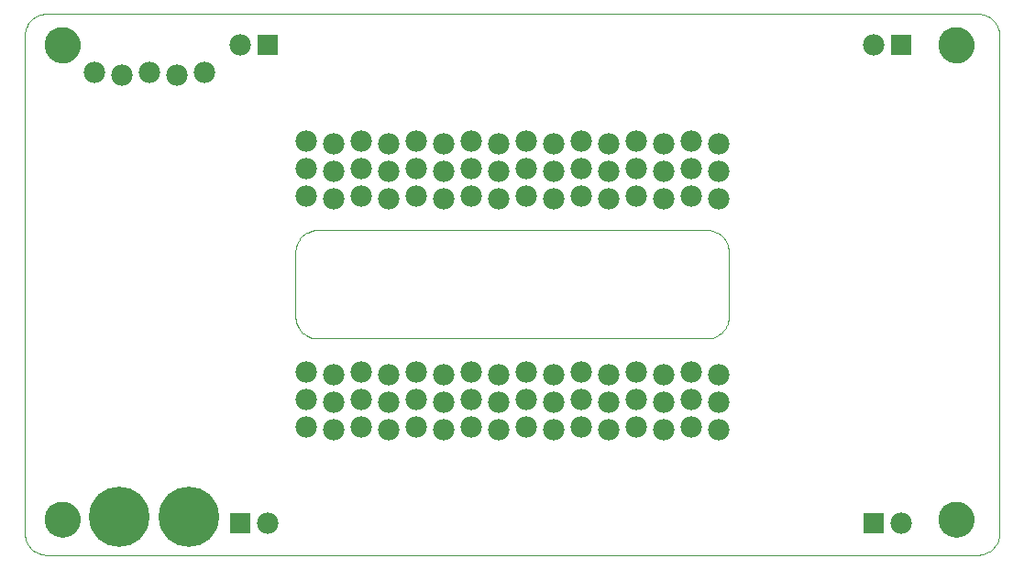
<source format=gbs>
G75*
%MOIN*%
%OFA0B0*%
%FSLAX25Y25*%
%IPPOS*%
%LPD*%
%AMOC8*
5,1,8,0,0,1.08239X$1,22.5*
%
%ADD10C,0.00000*%
%ADD11C,0.12998*%
%ADD12C,0.00394*%
%ADD13C,0.07800*%
%ADD14R,0.07800X0.07800*%
%ADD15C,0.21900*%
D10*
X0010201Y0016977D02*
X0010203Y0017135D01*
X0010209Y0017293D01*
X0010219Y0017451D01*
X0010233Y0017609D01*
X0010251Y0017766D01*
X0010272Y0017923D01*
X0010298Y0018079D01*
X0010328Y0018235D01*
X0010361Y0018390D01*
X0010399Y0018543D01*
X0010440Y0018696D01*
X0010485Y0018848D01*
X0010534Y0018999D01*
X0010587Y0019148D01*
X0010643Y0019296D01*
X0010703Y0019442D01*
X0010767Y0019587D01*
X0010835Y0019730D01*
X0010906Y0019872D01*
X0010980Y0020012D01*
X0011058Y0020149D01*
X0011140Y0020285D01*
X0011224Y0020419D01*
X0011313Y0020550D01*
X0011404Y0020679D01*
X0011499Y0020806D01*
X0011596Y0020931D01*
X0011697Y0021053D01*
X0011801Y0021172D01*
X0011908Y0021289D01*
X0012018Y0021403D01*
X0012131Y0021514D01*
X0012246Y0021623D01*
X0012364Y0021728D01*
X0012485Y0021830D01*
X0012608Y0021930D01*
X0012734Y0022026D01*
X0012862Y0022119D01*
X0012992Y0022209D01*
X0013125Y0022295D01*
X0013260Y0022379D01*
X0013396Y0022458D01*
X0013535Y0022535D01*
X0013676Y0022607D01*
X0013818Y0022677D01*
X0013962Y0022742D01*
X0014108Y0022804D01*
X0014255Y0022862D01*
X0014404Y0022917D01*
X0014554Y0022968D01*
X0014705Y0023015D01*
X0014857Y0023058D01*
X0015010Y0023097D01*
X0015165Y0023133D01*
X0015320Y0023164D01*
X0015476Y0023192D01*
X0015632Y0023216D01*
X0015789Y0023236D01*
X0015947Y0023252D01*
X0016104Y0023264D01*
X0016263Y0023272D01*
X0016421Y0023276D01*
X0016579Y0023276D01*
X0016737Y0023272D01*
X0016896Y0023264D01*
X0017053Y0023252D01*
X0017211Y0023236D01*
X0017368Y0023216D01*
X0017524Y0023192D01*
X0017680Y0023164D01*
X0017835Y0023133D01*
X0017990Y0023097D01*
X0018143Y0023058D01*
X0018295Y0023015D01*
X0018446Y0022968D01*
X0018596Y0022917D01*
X0018745Y0022862D01*
X0018892Y0022804D01*
X0019038Y0022742D01*
X0019182Y0022677D01*
X0019324Y0022607D01*
X0019465Y0022535D01*
X0019604Y0022458D01*
X0019740Y0022379D01*
X0019875Y0022295D01*
X0020008Y0022209D01*
X0020138Y0022119D01*
X0020266Y0022026D01*
X0020392Y0021930D01*
X0020515Y0021830D01*
X0020636Y0021728D01*
X0020754Y0021623D01*
X0020869Y0021514D01*
X0020982Y0021403D01*
X0021092Y0021289D01*
X0021199Y0021172D01*
X0021303Y0021053D01*
X0021404Y0020931D01*
X0021501Y0020806D01*
X0021596Y0020679D01*
X0021687Y0020550D01*
X0021776Y0020419D01*
X0021860Y0020285D01*
X0021942Y0020149D01*
X0022020Y0020012D01*
X0022094Y0019872D01*
X0022165Y0019730D01*
X0022233Y0019587D01*
X0022297Y0019442D01*
X0022357Y0019296D01*
X0022413Y0019148D01*
X0022466Y0018999D01*
X0022515Y0018848D01*
X0022560Y0018696D01*
X0022601Y0018543D01*
X0022639Y0018390D01*
X0022672Y0018235D01*
X0022702Y0018079D01*
X0022728Y0017923D01*
X0022749Y0017766D01*
X0022767Y0017609D01*
X0022781Y0017451D01*
X0022791Y0017293D01*
X0022797Y0017135D01*
X0022799Y0016977D01*
X0022797Y0016819D01*
X0022791Y0016661D01*
X0022781Y0016503D01*
X0022767Y0016345D01*
X0022749Y0016188D01*
X0022728Y0016031D01*
X0022702Y0015875D01*
X0022672Y0015719D01*
X0022639Y0015564D01*
X0022601Y0015411D01*
X0022560Y0015258D01*
X0022515Y0015106D01*
X0022466Y0014955D01*
X0022413Y0014806D01*
X0022357Y0014658D01*
X0022297Y0014512D01*
X0022233Y0014367D01*
X0022165Y0014224D01*
X0022094Y0014082D01*
X0022020Y0013942D01*
X0021942Y0013805D01*
X0021860Y0013669D01*
X0021776Y0013535D01*
X0021687Y0013404D01*
X0021596Y0013275D01*
X0021501Y0013148D01*
X0021404Y0013023D01*
X0021303Y0012901D01*
X0021199Y0012782D01*
X0021092Y0012665D01*
X0020982Y0012551D01*
X0020869Y0012440D01*
X0020754Y0012331D01*
X0020636Y0012226D01*
X0020515Y0012124D01*
X0020392Y0012024D01*
X0020266Y0011928D01*
X0020138Y0011835D01*
X0020008Y0011745D01*
X0019875Y0011659D01*
X0019740Y0011575D01*
X0019604Y0011496D01*
X0019465Y0011419D01*
X0019324Y0011347D01*
X0019182Y0011277D01*
X0019038Y0011212D01*
X0018892Y0011150D01*
X0018745Y0011092D01*
X0018596Y0011037D01*
X0018446Y0010986D01*
X0018295Y0010939D01*
X0018143Y0010896D01*
X0017990Y0010857D01*
X0017835Y0010821D01*
X0017680Y0010790D01*
X0017524Y0010762D01*
X0017368Y0010738D01*
X0017211Y0010718D01*
X0017053Y0010702D01*
X0016896Y0010690D01*
X0016737Y0010682D01*
X0016579Y0010678D01*
X0016421Y0010678D01*
X0016263Y0010682D01*
X0016104Y0010690D01*
X0015947Y0010702D01*
X0015789Y0010718D01*
X0015632Y0010738D01*
X0015476Y0010762D01*
X0015320Y0010790D01*
X0015165Y0010821D01*
X0015010Y0010857D01*
X0014857Y0010896D01*
X0014705Y0010939D01*
X0014554Y0010986D01*
X0014404Y0011037D01*
X0014255Y0011092D01*
X0014108Y0011150D01*
X0013962Y0011212D01*
X0013818Y0011277D01*
X0013676Y0011347D01*
X0013535Y0011419D01*
X0013396Y0011496D01*
X0013260Y0011575D01*
X0013125Y0011659D01*
X0012992Y0011745D01*
X0012862Y0011835D01*
X0012734Y0011928D01*
X0012608Y0012024D01*
X0012485Y0012124D01*
X0012364Y0012226D01*
X0012246Y0012331D01*
X0012131Y0012440D01*
X0012018Y0012551D01*
X0011908Y0012665D01*
X0011801Y0012782D01*
X0011697Y0012901D01*
X0011596Y0013023D01*
X0011499Y0013148D01*
X0011404Y0013275D01*
X0011313Y0013404D01*
X0011224Y0013535D01*
X0011140Y0013669D01*
X0011058Y0013805D01*
X0010980Y0013942D01*
X0010906Y0014082D01*
X0010835Y0014224D01*
X0010767Y0014367D01*
X0010703Y0014512D01*
X0010643Y0014658D01*
X0010587Y0014806D01*
X0010534Y0014955D01*
X0010485Y0015106D01*
X0010440Y0015258D01*
X0010399Y0015411D01*
X0010361Y0015564D01*
X0010328Y0015719D01*
X0010298Y0015875D01*
X0010272Y0016031D01*
X0010251Y0016188D01*
X0010233Y0016345D01*
X0010219Y0016503D01*
X0010209Y0016661D01*
X0010203Y0016819D01*
X0010201Y0016977D01*
X0010201Y0189477D02*
X0010203Y0189635D01*
X0010209Y0189793D01*
X0010219Y0189951D01*
X0010233Y0190109D01*
X0010251Y0190266D01*
X0010272Y0190423D01*
X0010298Y0190579D01*
X0010328Y0190735D01*
X0010361Y0190890D01*
X0010399Y0191043D01*
X0010440Y0191196D01*
X0010485Y0191348D01*
X0010534Y0191499D01*
X0010587Y0191648D01*
X0010643Y0191796D01*
X0010703Y0191942D01*
X0010767Y0192087D01*
X0010835Y0192230D01*
X0010906Y0192372D01*
X0010980Y0192512D01*
X0011058Y0192649D01*
X0011140Y0192785D01*
X0011224Y0192919D01*
X0011313Y0193050D01*
X0011404Y0193179D01*
X0011499Y0193306D01*
X0011596Y0193431D01*
X0011697Y0193553D01*
X0011801Y0193672D01*
X0011908Y0193789D01*
X0012018Y0193903D01*
X0012131Y0194014D01*
X0012246Y0194123D01*
X0012364Y0194228D01*
X0012485Y0194330D01*
X0012608Y0194430D01*
X0012734Y0194526D01*
X0012862Y0194619D01*
X0012992Y0194709D01*
X0013125Y0194795D01*
X0013260Y0194879D01*
X0013396Y0194958D01*
X0013535Y0195035D01*
X0013676Y0195107D01*
X0013818Y0195177D01*
X0013962Y0195242D01*
X0014108Y0195304D01*
X0014255Y0195362D01*
X0014404Y0195417D01*
X0014554Y0195468D01*
X0014705Y0195515D01*
X0014857Y0195558D01*
X0015010Y0195597D01*
X0015165Y0195633D01*
X0015320Y0195664D01*
X0015476Y0195692D01*
X0015632Y0195716D01*
X0015789Y0195736D01*
X0015947Y0195752D01*
X0016104Y0195764D01*
X0016263Y0195772D01*
X0016421Y0195776D01*
X0016579Y0195776D01*
X0016737Y0195772D01*
X0016896Y0195764D01*
X0017053Y0195752D01*
X0017211Y0195736D01*
X0017368Y0195716D01*
X0017524Y0195692D01*
X0017680Y0195664D01*
X0017835Y0195633D01*
X0017990Y0195597D01*
X0018143Y0195558D01*
X0018295Y0195515D01*
X0018446Y0195468D01*
X0018596Y0195417D01*
X0018745Y0195362D01*
X0018892Y0195304D01*
X0019038Y0195242D01*
X0019182Y0195177D01*
X0019324Y0195107D01*
X0019465Y0195035D01*
X0019604Y0194958D01*
X0019740Y0194879D01*
X0019875Y0194795D01*
X0020008Y0194709D01*
X0020138Y0194619D01*
X0020266Y0194526D01*
X0020392Y0194430D01*
X0020515Y0194330D01*
X0020636Y0194228D01*
X0020754Y0194123D01*
X0020869Y0194014D01*
X0020982Y0193903D01*
X0021092Y0193789D01*
X0021199Y0193672D01*
X0021303Y0193553D01*
X0021404Y0193431D01*
X0021501Y0193306D01*
X0021596Y0193179D01*
X0021687Y0193050D01*
X0021776Y0192919D01*
X0021860Y0192785D01*
X0021942Y0192649D01*
X0022020Y0192512D01*
X0022094Y0192372D01*
X0022165Y0192230D01*
X0022233Y0192087D01*
X0022297Y0191942D01*
X0022357Y0191796D01*
X0022413Y0191648D01*
X0022466Y0191499D01*
X0022515Y0191348D01*
X0022560Y0191196D01*
X0022601Y0191043D01*
X0022639Y0190890D01*
X0022672Y0190735D01*
X0022702Y0190579D01*
X0022728Y0190423D01*
X0022749Y0190266D01*
X0022767Y0190109D01*
X0022781Y0189951D01*
X0022791Y0189793D01*
X0022797Y0189635D01*
X0022799Y0189477D01*
X0022797Y0189319D01*
X0022791Y0189161D01*
X0022781Y0189003D01*
X0022767Y0188845D01*
X0022749Y0188688D01*
X0022728Y0188531D01*
X0022702Y0188375D01*
X0022672Y0188219D01*
X0022639Y0188064D01*
X0022601Y0187911D01*
X0022560Y0187758D01*
X0022515Y0187606D01*
X0022466Y0187455D01*
X0022413Y0187306D01*
X0022357Y0187158D01*
X0022297Y0187012D01*
X0022233Y0186867D01*
X0022165Y0186724D01*
X0022094Y0186582D01*
X0022020Y0186442D01*
X0021942Y0186305D01*
X0021860Y0186169D01*
X0021776Y0186035D01*
X0021687Y0185904D01*
X0021596Y0185775D01*
X0021501Y0185648D01*
X0021404Y0185523D01*
X0021303Y0185401D01*
X0021199Y0185282D01*
X0021092Y0185165D01*
X0020982Y0185051D01*
X0020869Y0184940D01*
X0020754Y0184831D01*
X0020636Y0184726D01*
X0020515Y0184624D01*
X0020392Y0184524D01*
X0020266Y0184428D01*
X0020138Y0184335D01*
X0020008Y0184245D01*
X0019875Y0184159D01*
X0019740Y0184075D01*
X0019604Y0183996D01*
X0019465Y0183919D01*
X0019324Y0183847D01*
X0019182Y0183777D01*
X0019038Y0183712D01*
X0018892Y0183650D01*
X0018745Y0183592D01*
X0018596Y0183537D01*
X0018446Y0183486D01*
X0018295Y0183439D01*
X0018143Y0183396D01*
X0017990Y0183357D01*
X0017835Y0183321D01*
X0017680Y0183290D01*
X0017524Y0183262D01*
X0017368Y0183238D01*
X0017211Y0183218D01*
X0017053Y0183202D01*
X0016896Y0183190D01*
X0016737Y0183182D01*
X0016579Y0183178D01*
X0016421Y0183178D01*
X0016263Y0183182D01*
X0016104Y0183190D01*
X0015947Y0183202D01*
X0015789Y0183218D01*
X0015632Y0183238D01*
X0015476Y0183262D01*
X0015320Y0183290D01*
X0015165Y0183321D01*
X0015010Y0183357D01*
X0014857Y0183396D01*
X0014705Y0183439D01*
X0014554Y0183486D01*
X0014404Y0183537D01*
X0014255Y0183592D01*
X0014108Y0183650D01*
X0013962Y0183712D01*
X0013818Y0183777D01*
X0013676Y0183847D01*
X0013535Y0183919D01*
X0013396Y0183996D01*
X0013260Y0184075D01*
X0013125Y0184159D01*
X0012992Y0184245D01*
X0012862Y0184335D01*
X0012734Y0184428D01*
X0012608Y0184524D01*
X0012485Y0184624D01*
X0012364Y0184726D01*
X0012246Y0184831D01*
X0012131Y0184940D01*
X0012018Y0185051D01*
X0011908Y0185165D01*
X0011801Y0185282D01*
X0011697Y0185401D01*
X0011596Y0185523D01*
X0011499Y0185648D01*
X0011404Y0185775D01*
X0011313Y0185904D01*
X0011224Y0186035D01*
X0011140Y0186169D01*
X0011058Y0186305D01*
X0010980Y0186442D01*
X0010906Y0186582D01*
X0010835Y0186724D01*
X0010767Y0186867D01*
X0010703Y0187012D01*
X0010643Y0187158D01*
X0010587Y0187306D01*
X0010534Y0187455D01*
X0010485Y0187606D01*
X0010440Y0187758D01*
X0010399Y0187911D01*
X0010361Y0188064D01*
X0010328Y0188219D01*
X0010298Y0188375D01*
X0010272Y0188531D01*
X0010251Y0188688D01*
X0010233Y0188845D01*
X0010219Y0189003D01*
X0010209Y0189161D01*
X0010203Y0189319D01*
X0010201Y0189477D01*
X0335201Y0189477D02*
X0335203Y0189635D01*
X0335209Y0189793D01*
X0335219Y0189951D01*
X0335233Y0190109D01*
X0335251Y0190266D01*
X0335272Y0190423D01*
X0335298Y0190579D01*
X0335328Y0190735D01*
X0335361Y0190890D01*
X0335399Y0191043D01*
X0335440Y0191196D01*
X0335485Y0191348D01*
X0335534Y0191499D01*
X0335587Y0191648D01*
X0335643Y0191796D01*
X0335703Y0191942D01*
X0335767Y0192087D01*
X0335835Y0192230D01*
X0335906Y0192372D01*
X0335980Y0192512D01*
X0336058Y0192649D01*
X0336140Y0192785D01*
X0336224Y0192919D01*
X0336313Y0193050D01*
X0336404Y0193179D01*
X0336499Y0193306D01*
X0336596Y0193431D01*
X0336697Y0193553D01*
X0336801Y0193672D01*
X0336908Y0193789D01*
X0337018Y0193903D01*
X0337131Y0194014D01*
X0337246Y0194123D01*
X0337364Y0194228D01*
X0337485Y0194330D01*
X0337608Y0194430D01*
X0337734Y0194526D01*
X0337862Y0194619D01*
X0337992Y0194709D01*
X0338125Y0194795D01*
X0338260Y0194879D01*
X0338396Y0194958D01*
X0338535Y0195035D01*
X0338676Y0195107D01*
X0338818Y0195177D01*
X0338962Y0195242D01*
X0339108Y0195304D01*
X0339255Y0195362D01*
X0339404Y0195417D01*
X0339554Y0195468D01*
X0339705Y0195515D01*
X0339857Y0195558D01*
X0340010Y0195597D01*
X0340165Y0195633D01*
X0340320Y0195664D01*
X0340476Y0195692D01*
X0340632Y0195716D01*
X0340789Y0195736D01*
X0340947Y0195752D01*
X0341104Y0195764D01*
X0341263Y0195772D01*
X0341421Y0195776D01*
X0341579Y0195776D01*
X0341737Y0195772D01*
X0341896Y0195764D01*
X0342053Y0195752D01*
X0342211Y0195736D01*
X0342368Y0195716D01*
X0342524Y0195692D01*
X0342680Y0195664D01*
X0342835Y0195633D01*
X0342990Y0195597D01*
X0343143Y0195558D01*
X0343295Y0195515D01*
X0343446Y0195468D01*
X0343596Y0195417D01*
X0343745Y0195362D01*
X0343892Y0195304D01*
X0344038Y0195242D01*
X0344182Y0195177D01*
X0344324Y0195107D01*
X0344465Y0195035D01*
X0344604Y0194958D01*
X0344740Y0194879D01*
X0344875Y0194795D01*
X0345008Y0194709D01*
X0345138Y0194619D01*
X0345266Y0194526D01*
X0345392Y0194430D01*
X0345515Y0194330D01*
X0345636Y0194228D01*
X0345754Y0194123D01*
X0345869Y0194014D01*
X0345982Y0193903D01*
X0346092Y0193789D01*
X0346199Y0193672D01*
X0346303Y0193553D01*
X0346404Y0193431D01*
X0346501Y0193306D01*
X0346596Y0193179D01*
X0346687Y0193050D01*
X0346776Y0192919D01*
X0346860Y0192785D01*
X0346942Y0192649D01*
X0347020Y0192512D01*
X0347094Y0192372D01*
X0347165Y0192230D01*
X0347233Y0192087D01*
X0347297Y0191942D01*
X0347357Y0191796D01*
X0347413Y0191648D01*
X0347466Y0191499D01*
X0347515Y0191348D01*
X0347560Y0191196D01*
X0347601Y0191043D01*
X0347639Y0190890D01*
X0347672Y0190735D01*
X0347702Y0190579D01*
X0347728Y0190423D01*
X0347749Y0190266D01*
X0347767Y0190109D01*
X0347781Y0189951D01*
X0347791Y0189793D01*
X0347797Y0189635D01*
X0347799Y0189477D01*
X0347797Y0189319D01*
X0347791Y0189161D01*
X0347781Y0189003D01*
X0347767Y0188845D01*
X0347749Y0188688D01*
X0347728Y0188531D01*
X0347702Y0188375D01*
X0347672Y0188219D01*
X0347639Y0188064D01*
X0347601Y0187911D01*
X0347560Y0187758D01*
X0347515Y0187606D01*
X0347466Y0187455D01*
X0347413Y0187306D01*
X0347357Y0187158D01*
X0347297Y0187012D01*
X0347233Y0186867D01*
X0347165Y0186724D01*
X0347094Y0186582D01*
X0347020Y0186442D01*
X0346942Y0186305D01*
X0346860Y0186169D01*
X0346776Y0186035D01*
X0346687Y0185904D01*
X0346596Y0185775D01*
X0346501Y0185648D01*
X0346404Y0185523D01*
X0346303Y0185401D01*
X0346199Y0185282D01*
X0346092Y0185165D01*
X0345982Y0185051D01*
X0345869Y0184940D01*
X0345754Y0184831D01*
X0345636Y0184726D01*
X0345515Y0184624D01*
X0345392Y0184524D01*
X0345266Y0184428D01*
X0345138Y0184335D01*
X0345008Y0184245D01*
X0344875Y0184159D01*
X0344740Y0184075D01*
X0344604Y0183996D01*
X0344465Y0183919D01*
X0344324Y0183847D01*
X0344182Y0183777D01*
X0344038Y0183712D01*
X0343892Y0183650D01*
X0343745Y0183592D01*
X0343596Y0183537D01*
X0343446Y0183486D01*
X0343295Y0183439D01*
X0343143Y0183396D01*
X0342990Y0183357D01*
X0342835Y0183321D01*
X0342680Y0183290D01*
X0342524Y0183262D01*
X0342368Y0183238D01*
X0342211Y0183218D01*
X0342053Y0183202D01*
X0341896Y0183190D01*
X0341737Y0183182D01*
X0341579Y0183178D01*
X0341421Y0183178D01*
X0341263Y0183182D01*
X0341104Y0183190D01*
X0340947Y0183202D01*
X0340789Y0183218D01*
X0340632Y0183238D01*
X0340476Y0183262D01*
X0340320Y0183290D01*
X0340165Y0183321D01*
X0340010Y0183357D01*
X0339857Y0183396D01*
X0339705Y0183439D01*
X0339554Y0183486D01*
X0339404Y0183537D01*
X0339255Y0183592D01*
X0339108Y0183650D01*
X0338962Y0183712D01*
X0338818Y0183777D01*
X0338676Y0183847D01*
X0338535Y0183919D01*
X0338396Y0183996D01*
X0338260Y0184075D01*
X0338125Y0184159D01*
X0337992Y0184245D01*
X0337862Y0184335D01*
X0337734Y0184428D01*
X0337608Y0184524D01*
X0337485Y0184624D01*
X0337364Y0184726D01*
X0337246Y0184831D01*
X0337131Y0184940D01*
X0337018Y0185051D01*
X0336908Y0185165D01*
X0336801Y0185282D01*
X0336697Y0185401D01*
X0336596Y0185523D01*
X0336499Y0185648D01*
X0336404Y0185775D01*
X0336313Y0185904D01*
X0336224Y0186035D01*
X0336140Y0186169D01*
X0336058Y0186305D01*
X0335980Y0186442D01*
X0335906Y0186582D01*
X0335835Y0186724D01*
X0335767Y0186867D01*
X0335703Y0187012D01*
X0335643Y0187158D01*
X0335587Y0187306D01*
X0335534Y0187455D01*
X0335485Y0187606D01*
X0335440Y0187758D01*
X0335399Y0187911D01*
X0335361Y0188064D01*
X0335328Y0188219D01*
X0335298Y0188375D01*
X0335272Y0188531D01*
X0335251Y0188688D01*
X0335233Y0188845D01*
X0335219Y0189003D01*
X0335209Y0189161D01*
X0335203Y0189319D01*
X0335201Y0189477D01*
X0335201Y0016977D02*
X0335203Y0017135D01*
X0335209Y0017293D01*
X0335219Y0017451D01*
X0335233Y0017609D01*
X0335251Y0017766D01*
X0335272Y0017923D01*
X0335298Y0018079D01*
X0335328Y0018235D01*
X0335361Y0018390D01*
X0335399Y0018543D01*
X0335440Y0018696D01*
X0335485Y0018848D01*
X0335534Y0018999D01*
X0335587Y0019148D01*
X0335643Y0019296D01*
X0335703Y0019442D01*
X0335767Y0019587D01*
X0335835Y0019730D01*
X0335906Y0019872D01*
X0335980Y0020012D01*
X0336058Y0020149D01*
X0336140Y0020285D01*
X0336224Y0020419D01*
X0336313Y0020550D01*
X0336404Y0020679D01*
X0336499Y0020806D01*
X0336596Y0020931D01*
X0336697Y0021053D01*
X0336801Y0021172D01*
X0336908Y0021289D01*
X0337018Y0021403D01*
X0337131Y0021514D01*
X0337246Y0021623D01*
X0337364Y0021728D01*
X0337485Y0021830D01*
X0337608Y0021930D01*
X0337734Y0022026D01*
X0337862Y0022119D01*
X0337992Y0022209D01*
X0338125Y0022295D01*
X0338260Y0022379D01*
X0338396Y0022458D01*
X0338535Y0022535D01*
X0338676Y0022607D01*
X0338818Y0022677D01*
X0338962Y0022742D01*
X0339108Y0022804D01*
X0339255Y0022862D01*
X0339404Y0022917D01*
X0339554Y0022968D01*
X0339705Y0023015D01*
X0339857Y0023058D01*
X0340010Y0023097D01*
X0340165Y0023133D01*
X0340320Y0023164D01*
X0340476Y0023192D01*
X0340632Y0023216D01*
X0340789Y0023236D01*
X0340947Y0023252D01*
X0341104Y0023264D01*
X0341263Y0023272D01*
X0341421Y0023276D01*
X0341579Y0023276D01*
X0341737Y0023272D01*
X0341896Y0023264D01*
X0342053Y0023252D01*
X0342211Y0023236D01*
X0342368Y0023216D01*
X0342524Y0023192D01*
X0342680Y0023164D01*
X0342835Y0023133D01*
X0342990Y0023097D01*
X0343143Y0023058D01*
X0343295Y0023015D01*
X0343446Y0022968D01*
X0343596Y0022917D01*
X0343745Y0022862D01*
X0343892Y0022804D01*
X0344038Y0022742D01*
X0344182Y0022677D01*
X0344324Y0022607D01*
X0344465Y0022535D01*
X0344604Y0022458D01*
X0344740Y0022379D01*
X0344875Y0022295D01*
X0345008Y0022209D01*
X0345138Y0022119D01*
X0345266Y0022026D01*
X0345392Y0021930D01*
X0345515Y0021830D01*
X0345636Y0021728D01*
X0345754Y0021623D01*
X0345869Y0021514D01*
X0345982Y0021403D01*
X0346092Y0021289D01*
X0346199Y0021172D01*
X0346303Y0021053D01*
X0346404Y0020931D01*
X0346501Y0020806D01*
X0346596Y0020679D01*
X0346687Y0020550D01*
X0346776Y0020419D01*
X0346860Y0020285D01*
X0346942Y0020149D01*
X0347020Y0020012D01*
X0347094Y0019872D01*
X0347165Y0019730D01*
X0347233Y0019587D01*
X0347297Y0019442D01*
X0347357Y0019296D01*
X0347413Y0019148D01*
X0347466Y0018999D01*
X0347515Y0018848D01*
X0347560Y0018696D01*
X0347601Y0018543D01*
X0347639Y0018390D01*
X0347672Y0018235D01*
X0347702Y0018079D01*
X0347728Y0017923D01*
X0347749Y0017766D01*
X0347767Y0017609D01*
X0347781Y0017451D01*
X0347791Y0017293D01*
X0347797Y0017135D01*
X0347799Y0016977D01*
X0347797Y0016819D01*
X0347791Y0016661D01*
X0347781Y0016503D01*
X0347767Y0016345D01*
X0347749Y0016188D01*
X0347728Y0016031D01*
X0347702Y0015875D01*
X0347672Y0015719D01*
X0347639Y0015564D01*
X0347601Y0015411D01*
X0347560Y0015258D01*
X0347515Y0015106D01*
X0347466Y0014955D01*
X0347413Y0014806D01*
X0347357Y0014658D01*
X0347297Y0014512D01*
X0347233Y0014367D01*
X0347165Y0014224D01*
X0347094Y0014082D01*
X0347020Y0013942D01*
X0346942Y0013805D01*
X0346860Y0013669D01*
X0346776Y0013535D01*
X0346687Y0013404D01*
X0346596Y0013275D01*
X0346501Y0013148D01*
X0346404Y0013023D01*
X0346303Y0012901D01*
X0346199Y0012782D01*
X0346092Y0012665D01*
X0345982Y0012551D01*
X0345869Y0012440D01*
X0345754Y0012331D01*
X0345636Y0012226D01*
X0345515Y0012124D01*
X0345392Y0012024D01*
X0345266Y0011928D01*
X0345138Y0011835D01*
X0345008Y0011745D01*
X0344875Y0011659D01*
X0344740Y0011575D01*
X0344604Y0011496D01*
X0344465Y0011419D01*
X0344324Y0011347D01*
X0344182Y0011277D01*
X0344038Y0011212D01*
X0343892Y0011150D01*
X0343745Y0011092D01*
X0343596Y0011037D01*
X0343446Y0010986D01*
X0343295Y0010939D01*
X0343143Y0010896D01*
X0342990Y0010857D01*
X0342835Y0010821D01*
X0342680Y0010790D01*
X0342524Y0010762D01*
X0342368Y0010738D01*
X0342211Y0010718D01*
X0342053Y0010702D01*
X0341896Y0010690D01*
X0341737Y0010682D01*
X0341579Y0010678D01*
X0341421Y0010678D01*
X0341263Y0010682D01*
X0341104Y0010690D01*
X0340947Y0010702D01*
X0340789Y0010718D01*
X0340632Y0010738D01*
X0340476Y0010762D01*
X0340320Y0010790D01*
X0340165Y0010821D01*
X0340010Y0010857D01*
X0339857Y0010896D01*
X0339705Y0010939D01*
X0339554Y0010986D01*
X0339404Y0011037D01*
X0339255Y0011092D01*
X0339108Y0011150D01*
X0338962Y0011212D01*
X0338818Y0011277D01*
X0338676Y0011347D01*
X0338535Y0011419D01*
X0338396Y0011496D01*
X0338260Y0011575D01*
X0338125Y0011659D01*
X0337992Y0011745D01*
X0337862Y0011835D01*
X0337734Y0011928D01*
X0337608Y0012024D01*
X0337485Y0012124D01*
X0337364Y0012226D01*
X0337246Y0012331D01*
X0337131Y0012440D01*
X0337018Y0012551D01*
X0336908Y0012665D01*
X0336801Y0012782D01*
X0336697Y0012901D01*
X0336596Y0013023D01*
X0336499Y0013148D01*
X0336404Y0013275D01*
X0336313Y0013404D01*
X0336224Y0013535D01*
X0336140Y0013669D01*
X0336058Y0013805D01*
X0335980Y0013942D01*
X0335906Y0014082D01*
X0335835Y0014224D01*
X0335767Y0014367D01*
X0335703Y0014512D01*
X0335643Y0014658D01*
X0335587Y0014806D01*
X0335534Y0014955D01*
X0335485Y0015106D01*
X0335440Y0015258D01*
X0335399Y0015411D01*
X0335361Y0015564D01*
X0335328Y0015719D01*
X0335298Y0015875D01*
X0335272Y0016031D01*
X0335251Y0016188D01*
X0335233Y0016345D01*
X0335219Y0016503D01*
X0335209Y0016661D01*
X0335203Y0016819D01*
X0335201Y0016977D01*
D11*
X0341500Y0016977D03*
X0341500Y0189477D03*
X0016500Y0189477D03*
X0016500Y0016977D03*
D12*
X0005559Y0005972D02*
X0004845Y0006685D01*
X0004522Y0007076D01*
X0004238Y0007495D01*
X0003955Y0007914D01*
X0003710Y0008362D01*
X0003310Y0009303D01*
X0003155Y0009797D01*
X0003050Y0010308D01*
X0002944Y0010819D01*
X0002889Y0011348D01*
X0002889Y0193533D01*
X0002944Y0194062D01*
X0003050Y0194574D01*
X0003155Y0195085D01*
X0003310Y0195579D01*
X0003510Y0196049D01*
X0003710Y0196520D01*
X0003955Y0196967D01*
X0004238Y0197387D01*
X0004522Y0197806D01*
X0004845Y0198196D01*
X0005559Y0198910D01*
X0005949Y0199233D01*
X0006368Y0199517D01*
X0006787Y0199800D01*
X0007235Y0200045D01*
X0008176Y0200445D01*
X0008670Y0200600D01*
X0009181Y0200705D01*
X0009693Y0200811D01*
X0010222Y0200866D01*
X0349887Y0200866D01*
X0350416Y0200811D01*
X0350927Y0200705D01*
X0351439Y0200600D01*
X0351932Y0200445D01*
X0352873Y0200045D01*
X0353321Y0199800D01*
X0353740Y0199517D01*
X0354159Y0199233D01*
X0354550Y0198910D01*
X0355263Y0198196D01*
X0355586Y0197806D01*
X0356154Y0196967D01*
X0356398Y0196520D01*
X0356598Y0196049D01*
X0356798Y0195579D01*
X0356954Y0195085D01*
X0357059Y0194574D01*
X0357164Y0194062D01*
X0357220Y0193533D01*
X0357220Y0011348D01*
X0357164Y0010819D01*
X0357059Y0010308D01*
X0356954Y0009797D01*
X0356798Y0009303D01*
X0356398Y0008362D01*
X0356154Y0007914D01*
X0355870Y0007495D01*
X0355586Y0007076D01*
X0355263Y0006685D01*
X0354550Y0005972D01*
X0354159Y0005649D01*
X0353740Y0005365D01*
X0353321Y0005081D01*
X0352873Y0004837D01*
X0351932Y0004437D01*
X0351439Y0004282D01*
X0350927Y0004176D01*
X0350416Y0004071D01*
X0349887Y0004016D01*
X0010222Y0004016D01*
X0009693Y0004071D01*
X0009181Y0004176D01*
X0008670Y0004282D01*
X0008176Y0004437D01*
X0007235Y0004837D01*
X0006787Y0005081D01*
X0006368Y0005365D01*
X0005949Y0005649D01*
X0005559Y0005972D01*
X0103984Y0084712D02*
X0104374Y0084389D01*
X0104794Y0084105D01*
X0105213Y0083822D01*
X0105660Y0083577D01*
X0106601Y0083177D01*
X0107095Y0083022D01*
X0107606Y0082917D01*
X0108118Y0082811D01*
X0108647Y0082756D01*
X0251462Y0082756D01*
X0251991Y0082811D01*
X0252502Y0082917D01*
X0253013Y0083022D01*
X0253507Y0083177D01*
X0254448Y0083577D01*
X0254896Y0083822D01*
X0255315Y0084105D01*
X0255734Y0084389D01*
X0256125Y0084712D01*
X0256838Y0085426D01*
X0257161Y0085816D01*
X0257445Y0086235D01*
X0257729Y0086654D01*
X0257973Y0087102D01*
X0258373Y0088043D01*
X0258528Y0088537D01*
X0258634Y0089048D01*
X0258739Y0089559D01*
X0258794Y0090088D01*
X0258794Y0114793D01*
X0258739Y0115322D01*
X0258634Y0115834D01*
X0258528Y0116345D01*
X0258373Y0116839D01*
X0257973Y0117780D01*
X0257729Y0118227D01*
X0257445Y0118646D01*
X0257161Y0119065D01*
X0256838Y0119456D01*
X0256125Y0120170D01*
X0255734Y0120493D01*
X0255315Y0120776D01*
X0254896Y0121060D01*
X0254448Y0121305D01*
X0253507Y0121705D01*
X0253013Y0121860D01*
X0252502Y0121965D01*
X0251991Y0122071D01*
X0251462Y0122126D01*
X0108647Y0122126D01*
X0108118Y0122071D01*
X0107606Y0121965D01*
X0107095Y0121860D01*
X0106601Y0121705D01*
X0105660Y0121305D01*
X0105213Y0121060D01*
X0104794Y0120776D01*
X0104374Y0120493D01*
X0103984Y0120170D01*
X0103270Y0119456D01*
X0102947Y0119065D01*
X0102664Y0118646D01*
X0102380Y0118227D01*
X0102135Y0117780D01*
X0101735Y0116839D01*
X0101580Y0116345D01*
X0101475Y0115834D01*
X0101369Y0115322D01*
X0101314Y0114793D01*
X0101314Y0090088D01*
X0101369Y0089559D01*
X0101475Y0089048D01*
X0101580Y0088537D01*
X0101735Y0088043D01*
X0102135Y0087102D01*
X0102380Y0086654D01*
X0102664Y0086235D01*
X0102947Y0085816D01*
X0103270Y0085426D01*
X0103984Y0084712D01*
D13*
X0105000Y0070477D03*
X0115000Y0069477D03*
X0125000Y0070477D03*
X0135000Y0069477D03*
X0145000Y0070477D03*
X0155000Y0069477D03*
X0165000Y0070477D03*
X0175000Y0069477D03*
X0185000Y0070477D03*
X0195000Y0069477D03*
X0205000Y0070477D03*
X0215000Y0069477D03*
X0225000Y0070477D03*
X0235000Y0069477D03*
X0245000Y0070477D03*
X0255000Y0069477D03*
X0245000Y0060477D03*
X0255000Y0059477D03*
X0255000Y0049477D03*
X0245000Y0050477D03*
X0235000Y0049477D03*
X0225000Y0050477D03*
X0215000Y0049477D03*
X0205000Y0050477D03*
X0195000Y0049477D03*
X0185000Y0050477D03*
X0175000Y0049477D03*
X0165000Y0050477D03*
X0155000Y0049477D03*
X0145000Y0050477D03*
X0135000Y0049477D03*
X0125000Y0050477D03*
X0115000Y0049477D03*
X0105000Y0050477D03*
X0115000Y0059477D03*
X0105000Y0060477D03*
X0125000Y0060477D03*
X0135000Y0059477D03*
X0145000Y0060477D03*
X0155000Y0059477D03*
X0165000Y0060477D03*
X0175000Y0059477D03*
X0185000Y0060477D03*
X0195000Y0059477D03*
X0205000Y0060477D03*
X0215000Y0059477D03*
X0225000Y0060477D03*
X0235000Y0059477D03*
X0321500Y0015477D03*
X0255000Y0133477D03*
X0245000Y0134477D03*
X0235000Y0133477D03*
X0225000Y0134477D03*
X0215000Y0133477D03*
X0205000Y0134477D03*
X0195000Y0133477D03*
X0185000Y0134477D03*
X0175000Y0133477D03*
X0165000Y0134477D03*
X0155000Y0133477D03*
X0145000Y0134477D03*
X0135000Y0133477D03*
X0125000Y0134477D03*
X0115000Y0133477D03*
X0105000Y0134477D03*
X0115000Y0143477D03*
X0105000Y0144477D03*
X0115000Y0153477D03*
X0105000Y0154477D03*
X0125000Y0154477D03*
X0135000Y0153477D03*
X0145000Y0154477D03*
X0155000Y0153477D03*
X0165000Y0154477D03*
X0175000Y0153477D03*
X0185000Y0154477D03*
X0195000Y0153477D03*
X0205000Y0154477D03*
X0215000Y0153477D03*
X0225000Y0154477D03*
X0235000Y0153477D03*
X0245000Y0154477D03*
X0255000Y0153477D03*
X0245000Y0144477D03*
X0255000Y0143477D03*
X0235000Y0143477D03*
X0225000Y0144477D03*
X0215000Y0143477D03*
X0205000Y0144477D03*
X0195000Y0143477D03*
X0185000Y0144477D03*
X0175000Y0143477D03*
X0165000Y0144477D03*
X0155000Y0143477D03*
X0145000Y0144477D03*
X0135000Y0143477D03*
X0125000Y0144477D03*
X0068000Y0179477D03*
X0058000Y0178477D03*
X0048000Y0179477D03*
X0038000Y0178477D03*
X0028000Y0179477D03*
X0081000Y0189477D03*
X0311500Y0189477D03*
X0091000Y0015477D03*
D14*
X0081000Y0015477D03*
X0311500Y0015477D03*
X0321500Y0189477D03*
X0091000Y0189477D03*
D15*
X0062500Y0017977D03*
X0037000Y0017977D03*
M02*

</source>
